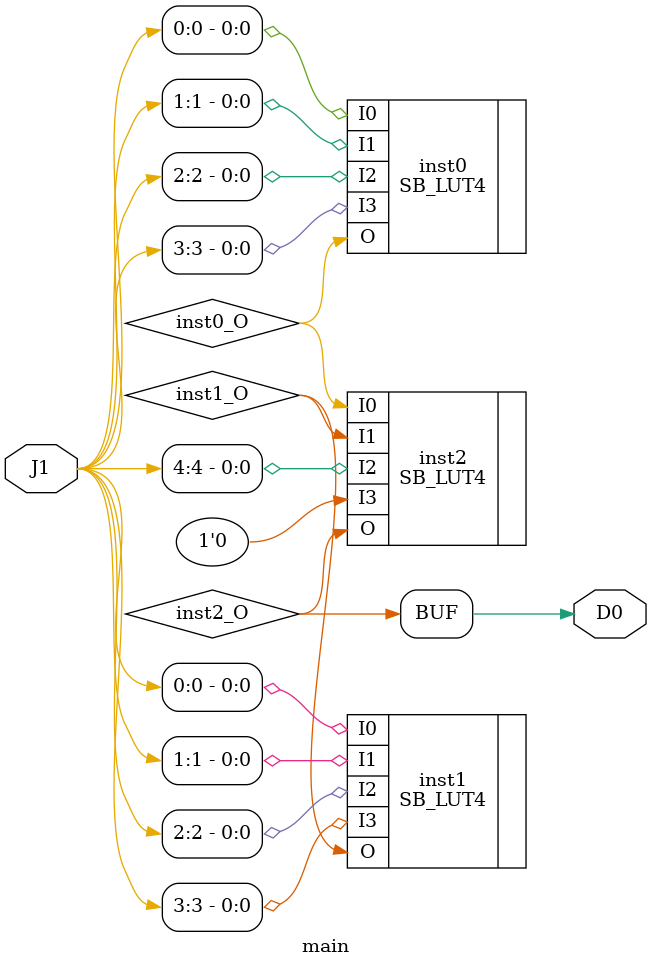
<source format=v>
module main (input [4:0] J1, output  D0);
wire  inst0_O;
wire  inst1_O;
wire  inst2_O;
SB_LUT4 #(.LUT_INIT(16'h0000)) inst0 (.I0(J1[0]), .I1(J1[1]), .I2(J1[2]), .I3(J1[3]), .O(inst0_O));
SB_LUT4 #(.LUT_INIT(16'h8000)) inst1 (.I0(J1[0]), .I1(J1[1]), .I2(J1[2]), .I3(J1[3]), .O(inst1_O));
SB_LUT4 #(.LUT_INIT(16'hCACA)) inst2 (.I0(inst0_O), .I1(inst1_O), .I2(J1[4]), .I3(1'b0), .O(inst2_O));
assign D0 = inst2_O;
endmodule


</source>
